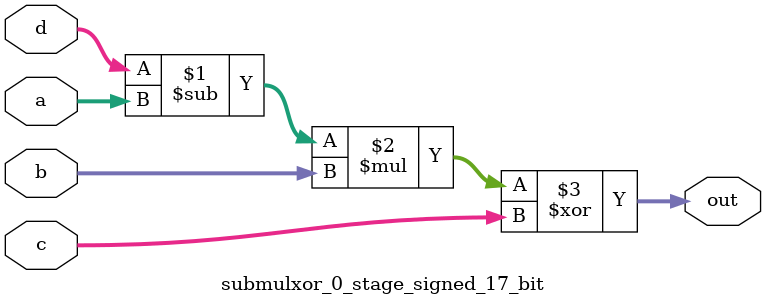
<source format=sv>
(* use_dsp = "yes" *) module submulxor_0_stage_signed_17_bit(
	input signed [16:0] a,
	input signed [16:0] b,
	input signed [16:0] c,
	input signed [16:0] d,
	output [16:0] out
	);

	assign out = ((d - a) * b) ^ c;
endmodule

</source>
